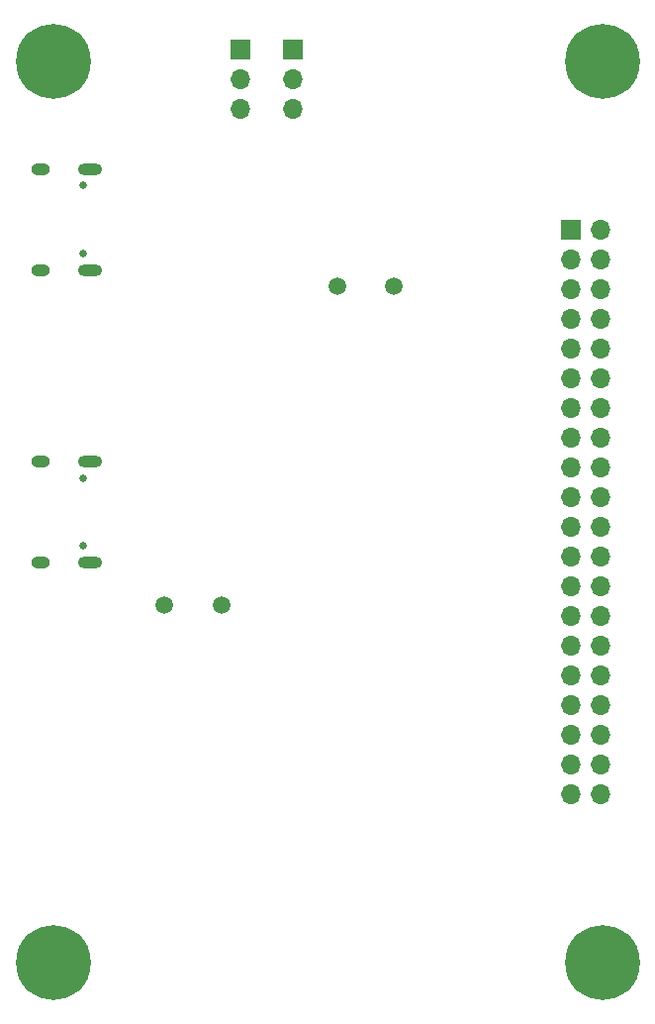
<source format=gbs>
%TF.GenerationSoftware,KiCad,Pcbnew,(6.0.10)*%
%TF.CreationDate,2023-12-29T21:00:05+01:00*%
%TF.ProjectId,Alchemy,416c6368-656d-4792-9e6b-696361645f70,rev?*%
%TF.SameCoordinates,Original*%
%TF.FileFunction,Soldermask,Bot*%
%TF.FilePolarity,Negative*%
%FSLAX46Y46*%
G04 Gerber Fmt 4.6, Leading zero omitted, Abs format (unit mm)*
G04 Created by KiCad (PCBNEW (6.0.10)) date 2023-12-29 21:00:05*
%MOMM*%
%LPD*%
G01*
G04 APERTURE LIST*
%ADD10C,0.650000*%
%ADD11O,1.600000X1.000000*%
%ADD12O,2.100000X1.000000*%
%ADD13C,6.400000*%
%ADD14R,1.700000X1.700000*%
%ADD15O,1.700000X1.700000*%
%ADD16C,1.500000*%
G04 APERTURE END LIST*
D10*
X129100000Y-76390000D03*
X129100000Y-70610000D03*
D11*
X125450000Y-77820000D03*
D12*
X129630000Y-69180000D03*
X129630000Y-77820000D03*
D11*
X125450000Y-69180000D03*
D13*
X126500000Y-137000000D03*
D14*
X170850000Y-74375000D03*
D15*
X173390000Y-74375000D03*
X170850000Y-76915000D03*
X173390000Y-76915000D03*
X170850000Y-79455000D03*
X173390000Y-79455000D03*
X170850000Y-81995000D03*
X173390000Y-81995000D03*
X170850000Y-84535000D03*
X173390000Y-84535000D03*
X170850000Y-87075000D03*
X173390000Y-87075000D03*
X170850000Y-89615000D03*
X173390000Y-89615000D03*
X170850000Y-92155000D03*
X173390000Y-92155000D03*
X170850000Y-94695000D03*
X173390000Y-94695000D03*
X170850000Y-97235000D03*
X173390000Y-97235000D03*
X170850000Y-99775000D03*
X173390000Y-99775000D03*
X170850000Y-102315000D03*
X173390000Y-102315000D03*
X170850000Y-104855000D03*
X173390000Y-104855000D03*
X170850000Y-107395000D03*
X173390000Y-107395000D03*
X170850000Y-109935000D03*
X173390000Y-109935000D03*
X170850000Y-112475000D03*
X173390000Y-112475000D03*
X170850000Y-115015000D03*
X173390000Y-115015000D03*
X170850000Y-117555000D03*
X173390000Y-117555000D03*
X170850000Y-120095000D03*
X173390000Y-120095000D03*
X170850000Y-122635000D03*
X173390000Y-122635000D03*
D16*
X150800000Y-79250000D03*
X155680000Y-79250000D03*
D14*
X142500000Y-58975000D03*
D15*
X142500000Y-61515000D03*
X142500000Y-64055000D03*
D14*
X147000000Y-58960000D03*
D15*
X147000000Y-61500000D03*
X147000000Y-64040000D03*
D10*
X129100000Y-101390000D03*
X129100000Y-95610000D03*
D11*
X125450000Y-94180000D03*
X125450000Y-102820000D03*
D12*
X129630000Y-102820000D03*
X129630000Y-94180000D03*
D13*
X173500000Y-60000000D03*
D16*
X136050000Y-106500000D03*
X140930000Y-106500000D03*
D13*
X173500000Y-137000000D03*
X126500000Y-60000000D03*
M02*

</source>
